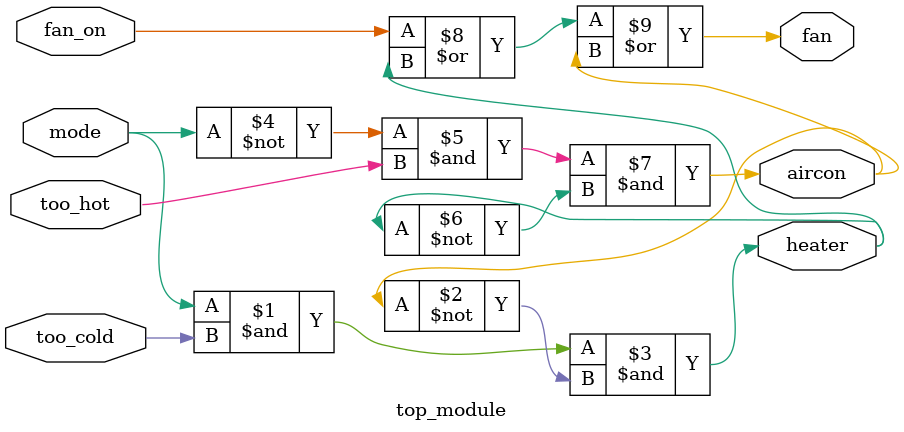
<source format=v>
module top_module (
    input too_cold,
    input too_hot,
    input mode,
    input fan_on,
    output heater,
    output aircon,
    output fan
); 
	assign heater =	mode & too_cold & ~aircon;
    assign aircon = ~mode & too_hot & ~heater;
    assign fan = fan_on | heater | aircon;
endmodule
</source>
